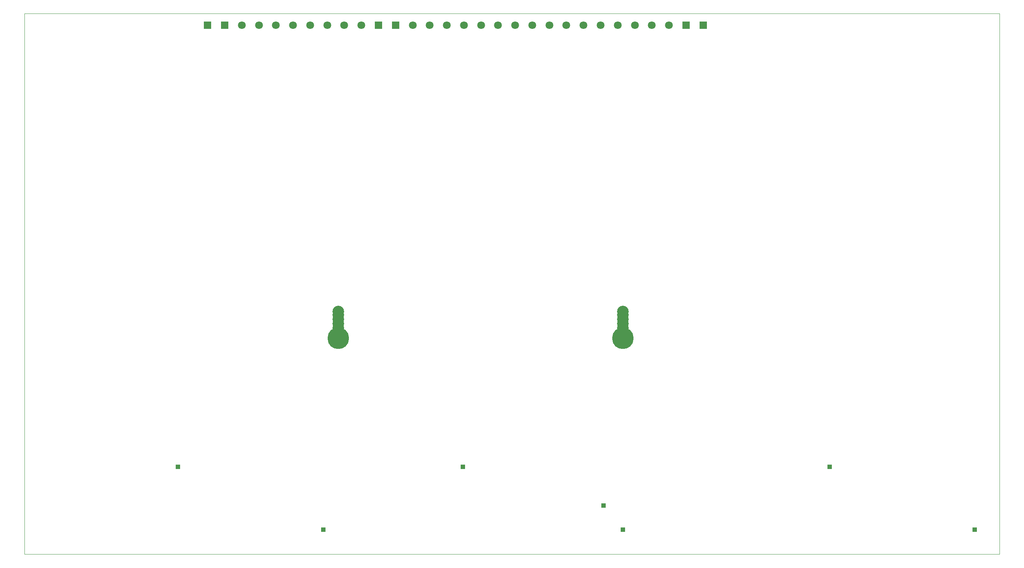
<source format=gbr>
%TF.GenerationSoftware,KiCad,Pcbnew,7.0.7*%
%TF.CreationDate,2023-10-28T12:22:14-07:00*%
%TF.ProjectId,MF50,4d463530-2e6b-4696-9361-645f70636258,rev?*%
%TF.SameCoordinates,Original*%
%TF.FileFunction,Soldermask,Bot*%
%TF.FilePolarity,Negative*%
%FSLAX46Y46*%
G04 Gerber Fmt 4.6, Leading zero omitted, Abs format (unit mm)*
G04 Created by KiCad (PCBNEW 7.0.7) date 2023-10-28 12:22:14*
%MOMM*%
%LPD*%
G01*
G04 APERTURE LIST*
%ADD10C,2.700000*%
%ADD11C,5.000000*%
%ADD12R,1.800000X1.800000*%
%ADD13C,1.800000*%
%ADD14R,1.000000X1.000000*%
%TA.AperFunction,Profile*%
%ADD15C,0.100000*%
%TD*%
G04 APERTURE END LIST*
D10*
%TO.C,H4*%
X249500000Y-120085000D03*
X249500000Y-120835000D03*
X249500000Y-121835000D03*
X249500000Y-122835000D03*
X249500000Y-123835000D03*
D11*
X249500000Y-126235000D03*
%TD*%
D10*
%TO.C,H3*%
X315480000Y-120085000D03*
X315480000Y-120835000D03*
X315480000Y-121835000D03*
X315480000Y-122835000D03*
X315480000Y-123835000D03*
D11*
X315480000Y-126235000D03*
%TD*%
D12*
%TO.C,J1*%
X219210000Y-53695000D03*
X223170000Y-53695000D03*
D13*
X227130000Y-53695000D03*
X231090000Y-53695000D03*
X235050000Y-53695000D03*
X239010000Y-53695000D03*
X242970000Y-53695000D03*
X246930000Y-53695000D03*
X250890000Y-53695000D03*
X254850000Y-53695000D03*
D12*
X258810000Y-53695000D03*
X262770000Y-53695000D03*
D13*
X266730000Y-53695000D03*
X270690000Y-53695000D03*
X274650000Y-53695000D03*
X278610000Y-53695000D03*
X282570000Y-53695000D03*
X286530000Y-53695000D03*
X290490000Y-53695000D03*
X294450000Y-53665000D03*
X298410000Y-53665000D03*
X302370000Y-53665000D03*
X306330000Y-53665000D03*
X310290000Y-53665000D03*
X314250000Y-53665000D03*
X318210000Y-53665000D03*
X322170000Y-53665000D03*
X326130000Y-53665000D03*
D12*
X330090000Y-53665000D03*
X334050000Y-53665000D03*
%TD*%
D14*
%TO.C,TP9*%
X212370000Y-156000000D03*
%TD*%
%TO.C,TP14*%
X363380000Y-156000000D03*
%TD*%
%TO.C,TP13*%
X315460000Y-170580000D03*
%TD*%
%TO.C,TP10*%
X246000000Y-170580000D03*
%TD*%
%TO.C,TP12*%
X311000000Y-165000000D03*
%TD*%
%TO.C,TP11*%
X278350000Y-156000000D03*
%TD*%
%TO.C,TP15*%
X397000000Y-170580000D03*
%TD*%
D15*
X402740000Y-50980000D02*
X176800000Y-50980000D01*
X176800000Y-176300000D02*
X402740000Y-176300000D01*
X176800000Y-176300000D02*
X176800000Y-50980000D01*
X402740000Y-176300000D02*
X402740000Y-50980000D01*
M02*

</source>
